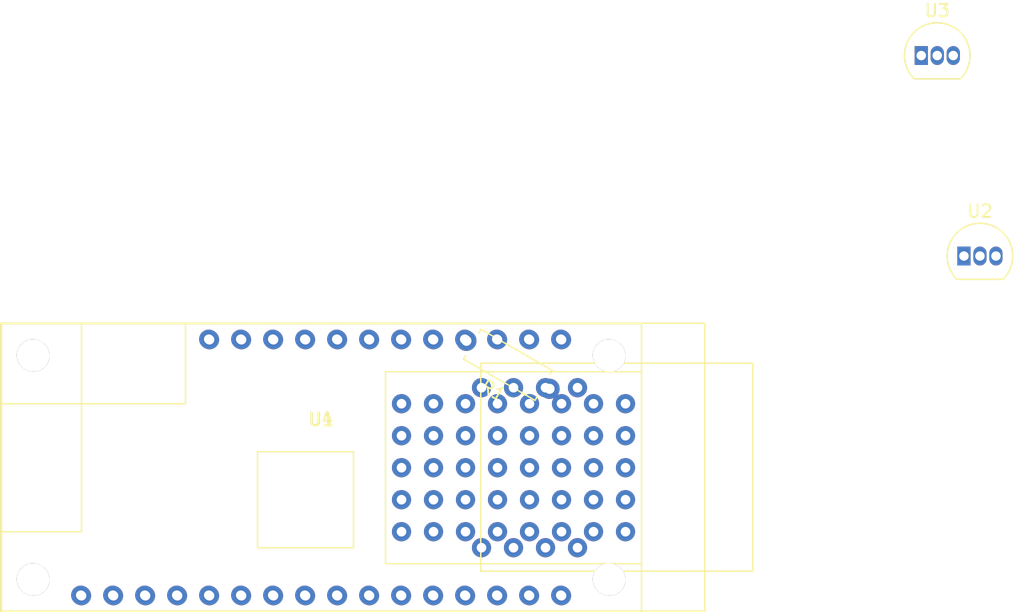
<source format=kicad_pcb>
(kicad_pcb (version 20171130) (host pcbnew "(5.1.5)-3")

  (general
    (thickness 1.6)
    (drawings 0)
    (tracks 0)
    (zones 0)
    (modules 5)
    (nets 46)
  )

  (page A4)
  (layers
    (0 F.Cu signal)
    (31 B.Cu signal)
    (32 B.Adhes user)
    (33 F.Adhes user)
    (34 B.Paste user)
    (35 F.Paste user)
    (36 B.SilkS user)
    (37 F.SilkS user)
    (38 B.Mask user)
    (39 F.Mask user)
    (40 Dwgs.User user)
    (41 Cmts.User user)
    (42 Eco1.User user)
    (43 Eco2.User user)
    (44 Edge.Cuts user)
    (45 Margin user)
    (46 B.CrtYd user)
    (47 F.CrtYd user)
    (48 B.Fab user)
    (49 F.Fab user)
  )

  (setup
    (last_trace_width 0.25)
    (trace_clearance 0.2)
    (zone_clearance 0.508)
    (zone_45_only no)
    (trace_min 0.2)
    (via_size 0.8)
    (via_drill 0.4)
    (via_min_size 0.4)
    (via_min_drill 0.3)
    (uvia_size 0.3)
    (uvia_drill 0.1)
    (uvias_allowed no)
    (uvia_min_size 0.2)
    (uvia_min_drill 0.1)
    (edge_width 0.05)
    (segment_width 0.2)
    (pcb_text_width 0.3)
    (pcb_text_size 1.5 1.5)
    (mod_edge_width 0.12)
    (mod_text_size 1 1)
    (mod_text_width 0.15)
    (pad_size 1.6 1.6)
    (pad_drill 0.8)
    (pad_to_mask_clearance 0.051)
    (solder_mask_min_width 0.25)
    (aux_axis_origin 0 0)
    (visible_elements FFFFFF7F)
    (pcbplotparams
      (layerselection 0x010fc_ffffffff)
      (usegerberextensions false)
      (usegerberattributes false)
      (usegerberadvancedattributes false)
      (creategerberjobfile false)
      (excludeedgelayer true)
      (linewidth 0.100000)
      (plotframeref false)
      (viasonmask false)
      (mode 1)
      (useauxorigin false)
      (hpglpennumber 1)
      (hpglpenspeed 20)
      (hpglpendiameter 15.000000)
      (psnegative false)
      (psa4output false)
      (plotreference true)
      (plotvalue true)
      (plotinvisibletext false)
      (padsonsilk false)
      (subtractmaskfromsilk false)
      (outputformat 1)
      (mirror false)
      (drillshape 1)
      (scaleselection 1)
      (outputdirectory ""))
  )

  (net 0 "")
  (net 1 /3v3)
  (net 2 /SENSOR)
  (net 3 "Net-(U1-Pad1)")
  (net 4 "Net-(U1-Pad3)")
  (net 5 GND)
  (net 6 "Net-(U1-Pad5)")
  (net 7 "Net-(U1-Pad6)")
  (net 8 "Net-(U1-Pad7)")
  (net 9 "Net-(U1-Pad8)")
  (net 10 "Net-(U1-Pad9)")
  (net 11 "Net-(U1-Pad10)")
  (net 12 /SCK)
  (net 13 /MOSI)
  (net 14 /MISO)
  (net 15 "Net-(U1-Pad14)")
  (net 16 "Net-(U1-Pad15)")
  (net 17 /SDA)
  (net 18 /SCL)
  (net 19 "Net-(U1-Pad19)")
  (net 20 "Net-(U1-Pad21)")
  (net 21 /CS)
  (net 22 "Net-(U1-Pad23)")
  (net 23 "Net-(U1-Pad24)")
  (net 24 "Net-(U1-Pad25)")
  (net 25 /VUSB)
  (net 26 "Net-(U1-Pad27)")
  (net 27 "Net-(U1-Pad28)")
  (net 28 "Net-(U4-Pad1)")
  (net 29 "Net-(U4-Pad3)")
  (net 30 "Net-(U4-Pad5)")
  (net 31 "Net-(U4-Pad6)")
  (net 32 "Net-(U4-Pad7)")
  (net 33 "Net-(U4-Pad8)")
  (net 34 "Net-(U4-Pad9)")
  (net 35 "Net-(U4-Pad10)")
  (net 36 "Net-(U4-Pad14)")
  (net 37 "Net-(U4-Pad15)")
  (net 38 "Net-(U4-Pad19)")
  (net 39 "Net-(U4-Pad20)")
  (net 40 "Net-(U4-Pad21)")
  (net 41 "Net-(U4-Pad23)")
  (net 42 "Net-(U4-Pad24)")
  (net 43 "Net-(U4-Pad25)")
  (net 44 "Net-(U4-Pad27)")
  (net 45 "Net-(U4-Pad28)")

  (net_class Default "This is the default net class."
    (clearance 0.2)
    (trace_width 0.25)
    (via_dia 0.8)
    (via_drill 0.4)
    (uvia_dia 0.3)
    (uvia_drill 0.1)
    (add_net /3v3)
    (add_net /CS)
    (add_net /MISO)
    (add_net /MOSI)
    (add_net /SCK)
    (add_net /SCL)
    (add_net /SDA)
    (add_net /SENSOR)
    (add_net /VUSB)
    (add_net GND)
    (add_net "Net-(U1-Pad1)")
    (add_net "Net-(U1-Pad10)")
    (add_net "Net-(U1-Pad14)")
    (add_net "Net-(U1-Pad15)")
    (add_net "Net-(U1-Pad19)")
    (add_net "Net-(U1-Pad21)")
    (add_net "Net-(U1-Pad23)")
    (add_net "Net-(U1-Pad24)")
    (add_net "Net-(U1-Pad25)")
    (add_net "Net-(U1-Pad27)")
    (add_net "Net-(U1-Pad28)")
    (add_net "Net-(U1-Pad3)")
    (add_net "Net-(U1-Pad5)")
    (add_net "Net-(U1-Pad6)")
    (add_net "Net-(U1-Pad7)")
    (add_net "Net-(U1-Pad8)")
    (add_net "Net-(U1-Pad9)")
    (add_net "Net-(U4-Pad1)")
    (add_net "Net-(U4-Pad10)")
    (add_net "Net-(U4-Pad14)")
    (add_net "Net-(U4-Pad15)")
    (add_net "Net-(U4-Pad19)")
    (add_net "Net-(U4-Pad20)")
    (add_net "Net-(U4-Pad21)")
    (add_net "Net-(U4-Pad23)")
    (add_net "Net-(U4-Pad24)")
    (add_net "Net-(U4-Pad25)")
    (add_net "Net-(U4-Pad27)")
    (add_net "Net-(U4-Pad28)")
    (add_net "Net-(U4-Pad3)")
    (add_net "Net-(U4-Pad5)")
    (add_net "Net-(U4-Pad6)")
    (add_net "Net-(U4-Pad7)")
    (add_net "Net-(U4-Pad8)")
    (add_net "Net-(U4-Pad9)")
  )

  (module Resistor_THT:R_Axial_DIN0207_L6.3mm_D2.5mm_P7.62mm_Horizontal (layer F.Cu) (tedit 60832D73) (tstamp 6083870F)
    (at 145.415 116.078 150)
    (descr "Resistor, Axial_DIN0207 series, Axial, Horizontal, pin pitch=7.62mm, 0.25W = 1/4W, length*diameter=6.3*2.5mm^2, http://cdn-reichelt.de/documents/datenblatt/B400/1_4W%23YAG.pdf")
    (tags "Resistor Axial_DIN0207 series Axial Horizontal pin pitch 7.62mm 0.25W = 1/4W length 6.3mm diameter 2.5mm")
    (path /6083B8FB)
    (fp_text reference R1 (at 3.81 -2.37 150) (layer F.SilkS)
      (effects (font (size 1 1) (thickness 0.15)))
    )
    (fp_text value 4.7k (at 3.81 2.37 150) (layer F.Fab)
      (effects (font (size 1 1) (thickness 0.15)))
    )
    (fp_line (start 0.66 -1.25) (end 0.66 1.25) (layer F.Fab) (width 0.1))
    (fp_line (start 0.66 1.25) (end 6.96 1.25) (layer F.Fab) (width 0.1))
    (fp_line (start 6.96 1.25) (end 6.96 -1.25) (layer F.Fab) (width 0.1))
    (fp_line (start 6.96 -1.25) (end 0.66 -1.25) (layer F.Fab) (width 0.1))
    (fp_line (start 0 0) (end 0.66 0) (layer F.Fab) (width 0.1))
    (fp_line (start 7.62 0) (end 6.96 0) (layer F.Fab) (width 0.1))
    (fp_line (start 0.54 -1.04) (end 0.54 -1.37) (layer F.SilkS) (width 0.12))
    (fp_line (start 0.54 -1.37) (end 7.08 -1.37) (layer F.SilkS) (width 0.12))
    (fp_line (start 7.08 -1.37) (end 7.08 -1.04) (layer F.SilkS) (width 0.12))
    (fp_line (start 0.54 1.04) (end 0.54 1.37) (layer F.SilkS) (width 0.12))
    (fp_line (start 0.54 1.37) (end 7.08 1.37) (layer F.SilkS) (width 0.12))
    (fp_line (start 7.08 1.37) (end 7.08 1.04) (layer F.SilkS) (width 0.12))
    (fp_line (start -1.05 -1.5) (end -1.05 1.5) (layer F.CrtYd) (width 0.05))
    (fp_line (start -1.05 1.5) (end 8.67 1.5) (layer F.CrtYd) (width 0.05))
    (fp_line (start 8.67 1.5) (end 8.67 -1.5) (layer F.CrtYd) (width 0.05))
    (fp_line (start 8.67 -1.5) (end -1.05 -1.5) (layer F.CrtYd) (width 0.05))
    (fp_text user %R (at 3.81 0 150) (layer F.Fab)
      (effects (font (size 1 1) (thickness 0.15)))
    )
    (pad 1 thru_hole circle (at 0 0 330) (size 1.6 1.6) (drill 0.8) (layers *.Cu *.Mask)
      (net 1 /3v3))
    (pad 2 thru_hole oval (at 7.62 0 150) (size 1.6 1.6) (drill 0.8) (layers *.Cu *.Mask)
      (net 2 /SENSOR))
    (model ${KISYS3DMOD}/Resistor_THT.3dshapes/R_Axial_DIN0207_L6.3mm_D2.5mm_P7.62mm_Horizontal.wrl
      (at (xyz 0 0 0))
      (scale (xyz 1 1 1))
      (rotate (xyz 0 0 0))
    )
  )

  (module Feather:FeatherM0 (layer F.Cu) (tedit 608315A6) (tstamp 60838774)
    (at 127.314001 122.338001)
    (path /60834D65)
    (fp_text reference U1 (at 0 -3.81) (layer F.SilkS)
      (effects (font (size 1 1) (thickness 0.15)))
    )
    (fp_text value FeatherM0 (at 0 -6.35) (layer F.Fab)
      (effects (font (size 1 1) (thickness 0.15)))
    )
    (fp_line (start -25.4 -11.43) (end 25.4 -11.43) (layer F.SilkS) (width 0.12))
    (fp_line (start 25.4 -11.43) (end 25.4 11.43) (layer F.SilkS) (width 0.12))
    (fp_line (start 25.4 11.43) (end -25.4 11.43) (layer F.SilkS) (width 0.12))
    (fp_line (start -25.4 11.43) (end -25.4 -11.43) (layer F.SilkS) (width 0.12))
    (fp_line (start 5.08 7.62) (end 5.08 -7.62) (layer F.SilkS) (width 0.12))
    (fp_line (start 5.08 -7.62) (end 25.4 -7.62) (layer F.SilkS) (width 0.12))
    (fp_line (start 5.08 7.62) (end 25.4 7.62) (layer F.SilkS) (width 0.12))
    (fp_line (start 2.54 6.35) (end 2.54 -1.27) (layer F.SilkS) (width 0.12))
    (fp_line (start 2.54 -1.27) (end -5.08 -1.27) (layer F.SilkS) (width 0.12))
    (fp_line (start -5.08 -1.27) (end -5.08 6.35) (layer F.SilkS) (width 0.12))
    (fp_line (start -5.08 6.35) (end 2.54 6.35) (layer F.SilkS) (width 0.12))
    (fp_line (start -19.05 -5.08) (end -19.05 -11.43) (layer F.SilkS) (width 0.12))
    (fp_line (start -25.4 -5.08) (end -19.05 -5.08) (layer F.SilkS) (width 0.12))
    (fp_line (start -19.05 -5.08) (end -19.05 5.08) (layer F.SilkS) (width 0.12))
    (fp_line (start -19.05 5.08) (end -25.4 5.08) (layer F.SilkS) (width 0.12))
    (fp_line (start -10.795 -11.43) (end -10.795 -5.08) (layer F.SilkS) (width 0.12))
    (fp_line (start -10.795 -5.08) (end -19.05 -5.08) (layer F.SilkS) (width 0.12))
    (pad 1 thru_hole circle (at -19.05 10.16) (size 1.524 1.524) (drill 0.762) (layers *.Cu *.Mask)
      (net 3 "Net-(U1-Pad1)"))
    (pad 2 thru_hole circle (at -16.51 10.16) (size 1.524 1.524) (drill 0.762) (layers *.Cu *.Mask)
      (net 1 /3v3))
    (pad 3 thru_hole circle (at -13.97 10.16) (size 1.524 1.524) (drill 0.762) (layers *.Cu *.Mask)
      (net 4 "Net-(U1-Pad3)"))
    (pad 4 thru_hole circle (at -11.43 10.16) (size 1.524 1.524) (drill 0.762) (layers *.Cu *.Mask)
      (net 5 GND))
    (pad 5 thru_hole circle (at -8.89 10.16) (size 1.524 1.524) (drill 0.762) (layers *.Cu *.Mask)
      (net 6 "Net-(U1-Pad5)"))
    (pad 6 thru_hole circle (at -6.35 10.16) (size 1.524 1.524) (drill 0.762) (layers *.Cu *.Mask)
      (net 7 "Net-(U1-Pad6)"))
    (pad 7 thru_hole circle (at -3.81 10.16) (size 1.524 1.524) (drill 0.762) (layers *.Cu *.Mask)
      (net 8 "Net-(U1-Pad7)"))
    (pad 8 thru_hole circle (at -1.27 10.16) (size 1.524 1.524) (drill 0.762) (layers *.Cu *.Mask)
      (net 9 "Net-(U1-Pad8)"))
    (pad 9 thru_hole circle (at 1.27 10.16) (size 1.524 1.524) (drill 0.762) (layers *.Cu *.Mask)
      (net 10 "Net-(U1-Pad9)"))
    (pad 10 thru_hole circle (at 3.81 10.16) (size 1.524 1.524) (drill 0.762) (layers *.Cu *.Mask)
      (net 11 "Net-(U1-Pad10)"))
    (pad 11 thru_hole circle (at 6.35 10.16) (size 1.524 1.524) (drill 0.762) (layers *.Cu *.Mask)
      (net 12 /SCK))
    (pad 12 thru_hole circle (at 8.89 10.16) (size 1.524 1.524) (drill 0.762) (layers *.Cu *.Mask)
      (net 13 /MOSI))
    (pad 13 thru_hole circle (at 11.43 10.16) (size 1.524 1.524) (drill 0.762) (layers *.Cu *.Mask)
      (net 14 /MISO))
    (pad 14 thru_hole circle (at 13.97 10.16) (size 1.524 1.524) (drill 0.762) (layers *.Cu *.Mask)
      (net 15 "Net-(U1-Pad14)"))
    (pad 15 thru_hole circle (at 16.51 10.16) (size 1.524 1.524) (drill 0.762) (layers *.Cu *.Mask)
      (net 16 "Net-(U1-Pad15)"))
    (pad 16 thru_hole circle (at 19.05 10.16) (size 1.524 1.524) (drill 0.762) (layers *.Cu *.Mask)
      (net 5 GND))
    (pad 17 thru_hole circle (at 19.05 -10.16) (size 1.524 1.524) (drill 0.762) (layers *.Cu *.Mask)
      (net 17 /SDA))
    (pad 18 thru_hole circle (at 16.51 -10.16) (size 1.524 1.524) (drill 0.762) (layers *.Cu *.Mask)
      (net 18 /SCL))
    (pad 19 thru_hole circle (at 13.97 -10.16) (size 1.524 1.524) (drill 0.762) (layers *.Cu *.Mask)
      (net 19 "Net-(U1-Pad19)"))
    (pad 20 thru_hole circle (at 11.43 -10.16) (size 1.524 1.524) (drill 0.762) (layers *.Cu *.Mask)
      (net 2 /SENSOR))
    (pad 21 thru_hole circle (at 8.89 -10.16) (size 1.524 1.524) (drill 0.762) (layers *.Cu *.Mask)
      (net 20 "Net-(U1-Pad21)"))
    (pad 22 thru_hole circle (at 6.35 -10.16) (size 1.524 1.524) (drill 0.762) (layers *.Cu *.Mask)
      (net 21 /CS))
    (pad 23 thru_hole circle (at 3.81 -10.16) (size 1.524 1.524) (drill 0.762) (layers *.Cu *.Mask)
      (net 22 "Net-(U1-Pad23)"))
    (pad 24 thru_hole circle (at 1.27 -10.16) (size 1.524 1.524) (drill 0.762) (layers *.Cu *.Mask)
      (net 23 "Net-(U1-Pad24)"))
    (pad 25 thru_hole circle (at -1.27 -10.16) (size 1.524 1.524) (drill 0.762) (layers *.Cu *.Mask)
      (net 24 "Net-(U1-Pad25)"))
    (pad 26 thru_hole circle (at -3.81 -10.16) (size 1.524 1.524) (drill 0.762) (layers *.Cu *.Mask)
      (net 25 /VUSB))
    (pad 27 thru_hole circle (at -6.35 -10.16) (size 1.524 1.524) (drill 0.762) (layers *.Cu *.Mask)
      (net 26 "Net-(U1-Pad27)"))
    (pad 28 thru_hole circle (at -8.89 -10.16) (size 1.524 1.524) (drill 0.762) (layers *.Cu *.Mask)
      (net 27 "Net-(U1-Pad28)"))
    (pad "" thru_hole circle (at 19.05 5.08) (size 1.524 1.524) (drill 0.762) (layers *.Cu *.Mask))
    (pad "" thru_hole circle (at 19.05 2.54) (size 1.524 1.524) (drill 0.762) (layers *.Cu *.Mask))
    (pad "" thru_hole circle (at 19.05 0) (size 1.524 1.524) (drill 0.762) (layers *.Cu *.Mask))
    (pad "" thru_hole circle (at 19.05 -2.54) (size 1.524 1.524) (drill 0.762) (layers *.Cu *.Mask))
    (pad "" thru_hole circle (at 19.05 -5.08) (size 1.524 1.524) (drill 0.762) (layers *.Cu *.Mask))
    (pad "" thru_hole circle (at 21.59 5.08) (size 1.524 1.524) (drill 0.762) (layers *.Cu *.Mask))
    (pad "" thru_hole circle (at 21.59 2.54) (size 1.524 1.524) (drill 0.762) (layers *.Cu *.Mask))
    (pad "" thru_hole circle (at 21.59 -2.54) (size 1.524 1.524) (drill 0.762) (layers *.Cu *.Mask))
    (pad "" thru_hole circle (at 21.59 0) (size 1.524 1.524) (drill 0.762) (layers *.Cu *.Mask))
    (pad "" thru_hole circle (at 21.59 -5.08) (size 1.524 1.524) (drill 0.762) (layers *.Cu *.Mask))
    (pad "" thru_hole circle (at 24.13 0) (size 1.524 1.524) (drill 0.762) (layers *.Cu *.Mask))
    (pad "" thru_hole circle (at 24.13 2.54) (size 1.524 1.524) (drill 0.762) (layers *.Cu *.Mask))
    (pad "" thru_hole circle (at 24.13 -5.08) (size 1.524 1.524) (drill 0.762) (layers *.Cu *.Mask))
    (pad "" thru_hole circle (at 24.13 -2.54) (size 1.524 1.524) (drill 0.762) (layers *.Cu *.Mask))
    (pad "" thru_hole circle (at 24.13 5.08) (size 1.524 1.524) (drill 0.762) (layers *.Cu *.Mask))
    (pad "" thru_hole circle (at 16.51 5.08) (size 1.524 1.524) (drill 0.762) (layers *.Cu *.Mask))
    (pad "" thru_hole circle (at 16.51 -5.08) (size 1.524 1.524) (drill 0.762) (layers *.Cu *.Mask))
    (pad "" thru_hole circle (at 16.51 -2.54) (size 1.524 1.524) (drill 0.762) (layers *.Cu *.Mask))
    (pad "" thru_hole circle (at 16.51 0) (size 1.524 1.524) (drill 0.762) (layers *.Cu *.Mask))
    (pad "" thru_hole circle (at 16.51 2.54) (size 1.524 1.524) (drill 0.762) (layers *.Cu *.Mask))
    (pad "" thru_hole circle (at 13.97 -2.54) (size 1.524 1.524) (drill 0.762) (layers *.Cu *.Mask))
    (pad "" thru_hole circle (at 13.97 2.54) (size 1.524 1.524) (drill 0.762) (layers *.Cu *.Mask))
    (pad "" thru_hole circle (at 13.97 5.08) (size 1.524 1.524) (drill 0.762) (layers *.Cu *.Mask))
    (pad "" thru_hole circle (at 13.97 -5.08) (size 1.524 1.524) (drill 0.762) (layers *.Cu *.Mask))
    (pad "" thru_hole circle (at 13.97 0) (size 1.524 1.524) (drill 0.762) (layers *.Cu *.Mask))
    (pad "" thru_hole circle (at 11.43 -5.08) (size 1.524 1.524) (drill 0.762) (layers *.Cu *.Mask))
    (pad "" thru_hole circle (at 11.43 2.54) (size 1.524 1.524) (drill 0.762) (layers *.Cu *.Mask))
    (pad "" thru_hole circle (at 11.43 5.08) (size 1.524 1.524) (drill 0.762) (layers *.Cu *.Mask))
    (pad "" thru_hole circle (at 11.43 -2.54) (size 1.524 1.524) (drill 0.762) (layers *.Cu *.Mask))
    (pad "" thru_hole circle (at 11.43 0) (size 1.524 1.524) (drill 0.762) (layers *.Cu *.Mask))
    (pad "" thru_hole circle (at 8.89 -2.54) (size 1.524 1.524) (drill 0.762) (layers *.Cu *.Mask))
    (pad "" thru_hole circle (at 8.89 5.08) (size 1.524 1.524) (drill 0.762) (layers *.Cu *.Mask))
    (pad "" thru_hole circle (at 8.89 2.54) (size 1.524 1.524) (drill 0.762) (layers *.Cu *.Mask))
    (pad "" thru_hole circle (at 8.89 -5.08) (size 1.524 1.524) (drill 0.762) (layers *.Cu *.Mask))
    (pad "" thru_hole circle (at 8.89 0) (size 1.524 1.524) (drill 0.762) (layers *.Cu *.Mask))
    (pad "" thru_hole circle (at 6.35 5.08) (size 1.524 1.524) (drill 0.762) (layers *.Cu *.Mask))
    (pad "" thru_hole circle (at 6.35 -5.08) (size 1.524 1.524) (drill 0.762) (layers *.Cu *.Mask))
    (pad "" thru_hole circle (at 6.35 2.54) (size 1.524 1.524) (drill 0.762) (layers *.Cu *.Mask))
    (pad "" thru_hole circle (at 6.35 0) (size 1.524 1.524) (drill 0.762) (layers *.Cu *.Mask))
    (pad "" thru_hole circle (at 6.35 -2.54) (size 1.524 1.524) (drill 0.762) (layers *.Cu *.Mask))
    (pad 2 thru_hole circle (at 20.32 -6.35) (size 1.524 1.524) (drill 0.762) (layers *.Cu *.Mask)
      (net 1 /3v3))
    (pad 2 thru_hole circle (at 17.78 -6.35) (size 1.524 1.524) (drill 0.762) (layers *.Cu *.Mask)
      (net 1 /3v3))
    (pad 2 thru_hole circle (at 15.24 -6.35) (size 1.524 1.524) (drill 0.762) (layers *.Cu *.Mask)
      (net 1 /3v3))
    (pad 2 thru_hole circle (at 12.7 -6.35) (size 1.524 1.524) (drill 0.762) (layers *.Cu *.Mask)
      (net 1 /3v3))
    (pad 4 thru_hole circle (at 12.7 6.35) (size 1.524 1.524) (drill 0.762) (layers *.Cu *.Mask)
      (net 5 GND))
    (pad 4 thru_hole circle (at 15.24 6.35) (size 1.524 1.524) (drill 0.762) (layers *.Cu *.Mask)
      (net 5 GND))
    (pad 4 thru_hole circle (at 17.78 6.35) (size 1.524 1.524) (drill 0.762) (layers *.Cu *.Mask)
      (net 5 GND))
    (pad 4 thru_hole circle (at 20.32 6.35) (size 1.524 1.524) (drill 0.762) (layers *.Cu *.Mask)
      (net 5 GND))
    (pad "" thru_hole circle (at 22.86 8.89) (size 2.54 2.54) (drill 2.54) (layers *.Cu *.Mask))
    (pad "" thru_hole circle (at -22.86 -8.89) (size 2.54 2.54) (drill 2.54) (layers *.Cu *.Mask))
    (pad "" thru_hole circle (at 22.86 -8.89) (size 2.54 2.54) (drill 2.54) (layers *.Cu *.Mask))
    (pad "" thru_hole circle (at -22.86 8.89) (size 2.54 2.54) (drill 2.54) (layers *.Cu *.Mask))
  )

  (module Package_TO_SOT_THT:TO-92_Inline (layer F.Cu) (tedit 5A1DD157) (tstamp 60838786)
    (at 178.308 105.537)
    (descr "TO-92 leads in-line, narrow, oval pads, drill 0.75mm (see NXP sot054_po.pdf)")
    (tags "to-92 sc-43 sc-43a sot54 PA33 transistor")
    (path /60839A9C)
    (fp_text reference U2 (at 1.27 -3.56) (layer F.SilkS)
      (effects (font (size 1 1) (thickness 0.15)))
    )
    (fp_text value DS18B20 (at 1.27 2.79) (layer F.Fab)
      (effects (font (size 1 1) (thickness 0.15)))
    )
    (fp_text user %R (at 1.27 -3.56) (layer F.Fab)
      (effects (font (size 1 1) (thickness 0.15)))
    )
    (fp_line (start -0.53 1.85) (end 3.07 1.85) (layer F.SilkS) (width 0.12))
    (fp_line (start -0.5 1.75) (end 3 1.75) (layer F.Fab) (width 0.1))
    (fp_line (start -1.46 -2.73) (end 4 -2.73) (layer F.CrtYd) (width 0.05))
    (fp_line (start -1.46 -2.73) (end -1.46 2.01) (layer F.CrtYd) (width 0.05))
    (fp_line (start 4 2.01) (end 4 -2.73) (layer F.CrtYd) (width 0.05))
    (fp_line (start 4 2.01) (end -1.46 2.01) (layer F.CrtYd) (width 0.05))
    (fp_arc (start 1.27 0) (end 1.27 -2.48) (angle 135) (layer F.Fab) (width 0.1))
    (fp_arc (start 1.27 0) (end 1.27 -2.6) (angle -135) (layer F.SilkS) (width 0.12))
    (fp_arc (start 1.27 0) (end 1.27 -2.48) (angle -135) (layer F.Fab) (width 0.1))
    (fp_arc (start 1.27 0) (end 1.27 -2.6) (angle 135) (layer F.SilkS) (width 0.12))
    (pad 2 thru_hole oval (at 1.27 0) (size 1.05 1.5) (drill 0.75) (layers *.Cu *.Mask)
      (net 2 /SENSOR))
    (pad 3 thru_hole oval (at 2.54 0) (size 1.05 1.5) (drill 0.75) (layers *.Cu *.Mask)
      (net 1 /3v3))
    (pad 1 thru_hole rect (at 0 0) (size 1.05 1.5) (drill 0.75) (layers *.Cu *.Mask)
      (net 5 GND))
    (model ${KISYS3DMOD}/Package_TO_SOT_THT.3dshapes/TO-92_Inline.wrl
      (at (xyz 0 0 0))
      (scale (xyz 1 1 1))
      (rotate (xyz 0 0 0))
    )
  )

  (module Package_TO_SOT_THT:TO-92_Inline (layer F.Cu) (tedit 5A1DD157) (tstamp 60838798)
    (at 174.919001 89.623001)
    (descr "TO-92 leads in-line, narrow, oval pads, drill 0.75mm (see NXP sot054_po.pdf)")
    (tags "to-92 sc-43 sc-43a sot54 PA33 transistor")
    (path /6083AC61)
    (fp_text reference U3 (at 1.27 -3.56) (layer F.SilkS)
      (effects (font (size 1 1) (thickness 0.15)))
    )
    (fp_text value DS18B20 (at 1.27 2.79) (layer F.Fab)
      (effects (font (size 1 1) (thickness 0.15)))
    )
    (fp_arc (start 1.27 0) (end 1.27 -2.6) (angle 135) (layer F.SilkS) (width 0.12))
    (fp_arc (start 1.27 0) (end 1.27 -2.48) (angle -135) (layer F.Fab) (width 0.1))
    (fp_arc (start 1.27 0) (end 1.27 -2.6) (angle -135) (layer F.SilkS) (width 0.12))
    (fp_arc (start 1.27 0) (end 1.27 -2.48) (angle 135) (layer F.Fab) (width 0.1))
    (fp_line (start 4 2.01) (end -1.46 2.01) (layer F.CrtYd) (width 0.05))
    (fp_line (start 4 2.01) (end 4 -2.73) (layer F.CrtYd) (width 0.05))
    (fp_line (start -1.46 -2.73) (end -1.46 2.01) (layer F.CrtYd) (width 0.05))
    (fp_line (start -1.46 -2.73) (end 4 -2.73) (layer F.CrtYd) (width 0.05))
    (fp_line (start -0.5 1.75) (end 3 1.75) (layer F.Fab) (width 0.1))
    (fp_line (start -0.53 1.85) (end 3.07 1.85) (layer F.SilkS) (width 0.12))
    (fp_text user %R (at 1.27 -3.56) (layer F.Fab)
      (effects (font (size 1 1) (thickness 0.15)))
    )
    (pad 1 thru_hole rect (at 0 0) (size 1.05 1.5) (drill 0.75) (layers *.Cu *.Mask)
      (net 5 GND))
    (pad 3 thru_hole oval (at 2.54 0) (size 1.05 1.5) (drill 0.75) (layers *.Cu *.Mask)
      (net 1 /3v3))
    (pad 2 thru_hole oval (at 1.27 0) (size 1.05 1.5) (drill 0.75) (layers *.Cu *.Mask)
      (net 2 /SENSOR))
    (model ${KISYS3DMOD}/Package_TO_SOT_THT.3dshapes/TO-92_Inline.wrl
      (at (xyz 0 0 0))
      (scale (xyz 1 1 1))
      (rotate (xyz 0 0 0))
    )
  )

  (module Feather:EthernetWing (layer F.Cu) (tedit 60831E7B) (tstamp 608387C4)
    (at 127.254 122.301)
    (path /608386C1)
    (fp_text reference U4 (at 0 -3.81) (layer F.SilkS)
      (effects (font (size 1 1) (thickness 0.15)))
    )
    (fp_text value PoeFeatherWing (at 0 -6.35) (layer F.Fab)
      (effects (font (size 1 1) (thickness 0.15)))
    )
    (fp_line (start -25.4 -11.43) (end 30.48 -11.43) (layer F.SilkS) (width 0.12))
    (fp_line (start 30.48 -11.43) (end 30.48 11.43) (layer F.SilkS) (width 0.12))
    (fp_line (start 30.48 11.43) (end -25.4 11.43) (layer F.SilkS) (width 0.12))
    (fp_line (start -25.4 11.43) (end -25.4 -11.43) (layer F.SilkS) (width 0.12))
    (fp_line (start 12.7 8.255) (end 34.29 8.255) (layer F.SilkS) (width 0.12))
    (fp_line (start 34.29 8.255) (end 34.29 -8.255) (layer F.SilkS) (width 0.12))
    (fp_line (start 34.29 -8.255) (end 12.7 -8.255) (layer F.SilkS) (width 0.12))
    (fp_line (start 12.7 -8.255) (end 12.7 8.255) (layer F.SilkS) (width 0.12))
    (pad 1 thru_hole circle (at -19.05 10.16) (size 1.524 1.524) (drill 0.762) (layers *.Cu *.Mask)
      (net 28 "Net-(U4-Pad1)"))
    (pad 2 thru_hole circle (at -16.51 10.16) (size 1.524 1.524) (drill 0.762) (layers *.Cu *.Mask)
      (net 1 /3v3))
    (pad 3 thru_hole circle (at -13.97 10.16) (size 1.524 1.524) (drill 0.762) (layers *.Cu *.Mask)
      (net 29 "Net-(U4-Pad3)"))
    (pad 4 thru_hole circle (at -11.43 10.16) (size 1.524 1.524) (drill 0.762) (layers *.Cu *.Mask)
      (net 5 GND))
    (pad 5 thru_hole circle (at -8.89 10.16) (size 1.524 1.524) (drill 0.762) (layers *.Cu *.Mask)
      (net 30 "Net-(U4-Pad5)"))
    (pad 6 thru_hole circle (at -6.35 10.16) (size 1.524 1.524) (drill 0.762) (layers *.Cu *.Mask)
      (net 31 "Net-(U4-Pad6)"))
    (pad 7 thru_hole circle (at -3.81 10.16) (size 1.524 1.524) (drill 0.762) (layers *.Cu *.Mask)
      (net 32 "Net-(U4-Pad7)"))
    (pad 8 thru_hole circle (at -1.27 10.16) (size 1.524 1.524) (drill 0.762) (layers *.Cu *.Mask)
      (net 33 "Net-(U4-Pad8)"))
    (pad 9 thru_hole circle (at 1.27 10.16) (size 1.524 1.524) (drill 0.762) (layers *.Cu *.Mask)
      (net 34 "Net-(U4-Pad9)"))
    (pad 10 thru_hole circle (at 3.81 10.16) (size 1.524 1.524) (drill 0.762) (layers *.Cu *.Mask)
      (net 35 "Net-(U4-Pad10)"))
    (pad 11 thru_hole circle (at 6.35 10.16) (size 1.524 1.524) (drill 0.762) (layers *.Cu *.Mask)
      (net 12 /SCK))
    (pad 12 thru_hole circle (at 8.89 10.16) (size 1.524 1.524) (drill 0.762) (layers *.Cu *.Mask)
      (net 13 /MOSI))
    (pad 13 thru_hole circle (at 11.43 10.16) (size 1.524 1.524) (drill 0.762) (layers *.Cu *.Mask)
      (net 14 /MISO))
    (pad 14 thru_hole circle (at 13.97 10.16) (size 1.524 1.524) (drill 0.762) (layers *.Cu *.Mask)
      (net 36 "Net-(U4-Pad14)"))
    (pad 15 thru_hole circle (at 16.51 10.16) (size 1.524 1.524) (drill 0.762) (layers *.Cu *.Mask)
      (net 37 "Net-(U4-Pad15)"))
    (pad 16 thru_hole circle (at 19.05 10.16) (size 1.524 1.524) (drill 0.762) (layers *.Cu *.Mask)
      (net 5 GND))
    (pad 17 thru_hole circle (at 19.05 -10.16) (size 1.524 1.524) (drill 0.762) (layers *.Cu *.Mask)
      (net 17 /SDA))
    (pad 18 thru_hole circle (at 16.51 -10.16) (size 1.524 1.524) (drill 0.762) (layers *.Cu *.Mask)
      (net 18 /SCL))
    (pad 19 thru_hole circle (at 13.97 -10.16) (size 1.524 1.524) (drill 0.762) (layers *.Cu *.Mask)
      (net 38 "Net-(U4-Pad19)"))
    (pad 20 thru_hole circle (at 11.43 -10.16) (size 1.524 1.524) (drill 0.762) (layers *.Cu *.Mask)
      (net 39 "Net-(U4-Pad20)"))
    (pad 21 thru_hole circle (at 8.89 -10.16) (size 1.524 1.524) (drill 0.762) (layers *.Cu *.Mask)
      (net 40 "Net-(U4-Pad21)"))
    (pad 22 thru_hole circle (at 6.35 -10.16) (size 1.524 1.524) (drill 0.762) (layers *.Cu *.Mask)
      (net 21 /CS))
    (pad 23 thru_hole circle (at 3.81 -10.16) (size 1.524 1.524) (drill 0.762) (layers *.Cu *.Mask)
      (net 41 "Net-(U4-Pad23)"))
    (pad 24 thru_hole circle (at 1.27 -10.16) (size 1.524 1.524) (drill 0.762) (layers *.Cu *.Mask)
      (net 42 "Net-(U4-Pad24)"))
    (pad 25 thru_hole circle (at -1.27 -10.16) (size 1.524 1.524) (drill 0.762) (layers *.Cu *.Mask)
      (net 43 "Net-(U4-Pad25)"))
    (pad 26 thru_hole circle (at -3.81 -10.16) (size 1.524 1.524) (drill 0.762) (layers *.Cu *.Mask)
      (net 25 /VUSB))
    (pad 27 thru_hole circle (at -6.35 -10.16) (size 1.524 1.524) (drill 0.762) (layers *.Cu *.Mask)
      (net 44 "Net-(U4-Pad27)"))
    (pad 28 thru_hole circle (at -8.89 -10.16) (size 1.524 1.524) (drill 0.762) (layers *.Cu *.Mask)
      (net 45 "Net-(U4-Pad28)"))
    (pad "" thru_hole circle (at 22.86 8.89) (size 2.54 2.54) (drill 2.54) (layers *.Cu *.Mask))
    (pad "" thru_hole circle (at -22.86 -8.89) (size 2.54 2.54) (drill 2.54) (layers *.Cu *.Mask))
    (pad "" thru_hole circle (at 22.86 -8.89) (size 2.54 2.54) (drill 2.54) (layers *.Cu *.Mask))
    (pad "" thru_hole circle (at -22.86 8.89) (size 2.54 2.54) (drill 2.54) (layers *.Cu *.Mask))
  )

)

</source>
